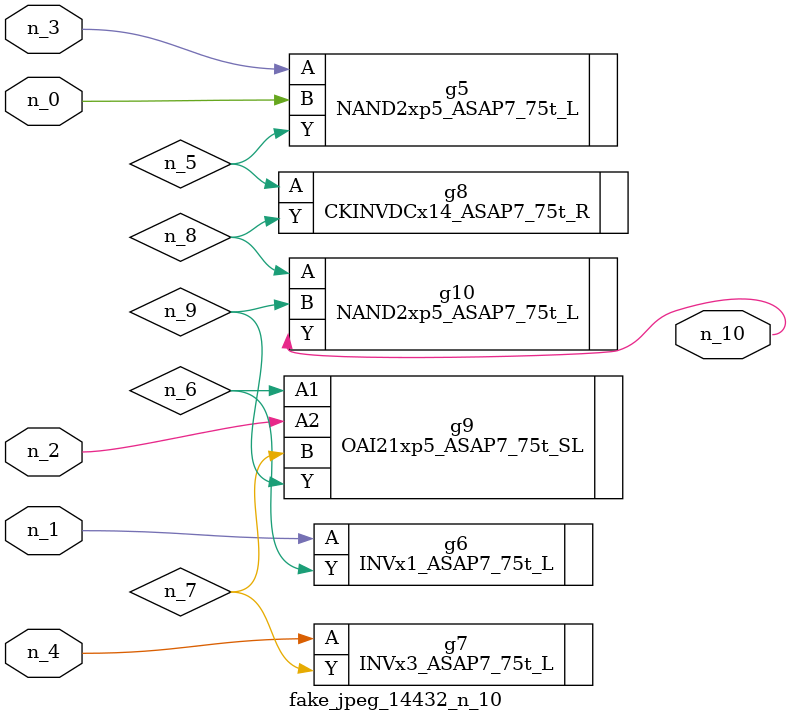
<source format=v>
module fake_jpeg_14432_n_10 (n_3, n_2, n_1, n_0, n_4, n_10);

input n_3;
input n_2;
input n_1;
input n_0;
input n_4;

output n_10;

wire n_8;
wire n_9;
wire n_6;
wire n_5;
wire n_7;

NAND2xp5_ASAP7_75t_L g5 ( 
.A(n_3),
.B(n_0),
.Y(n_5)
);

INVx1_ASAP7_75t_L g6 ( 
.A(n_1),
.Y(n_6)
);

INVx3_ASAP7_75t_L g7 ( 
.A(n_4),
.Y(n_7)
);

CKINVDCx14_ASAP7_75t_R g8 ( 
.A(n_5),
.Y(n_8)
);

NAND2xp5_ASAP7_75t_L g10 ( 
.A(n_8),
.B(n_9),
.Y(n_10)
);

OAI21xp5_ASAP7_75t_SL g9 ( 
.A1(n_6),
.A2(n_2),
.B(n_7),
.Y(n_9)
);


endmodule
</source>
